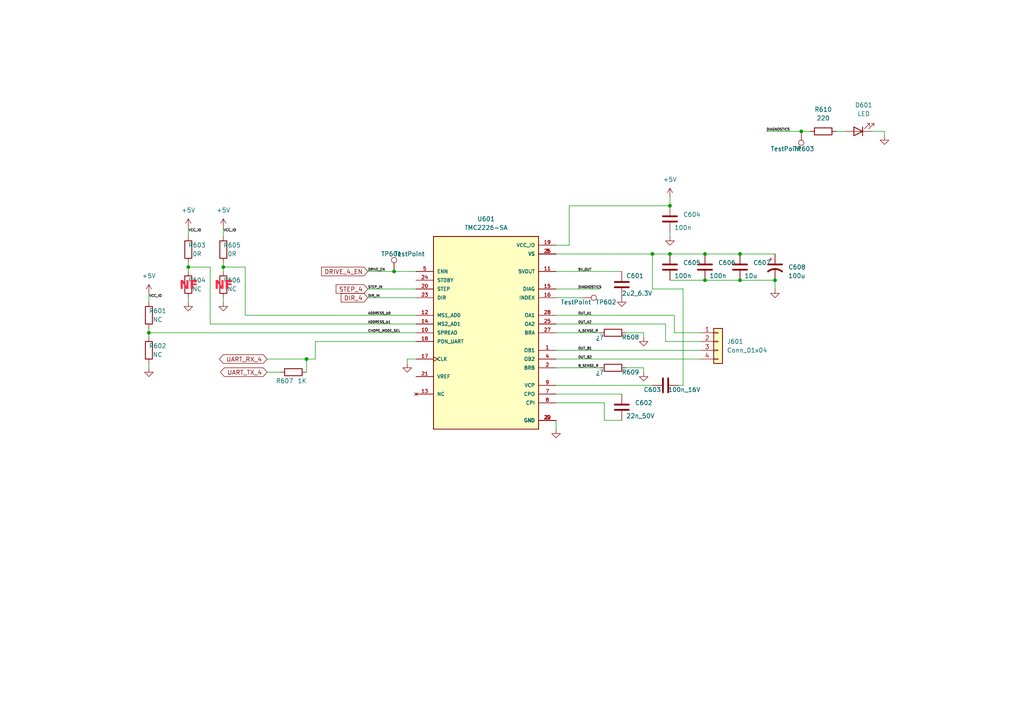
<source format=kicad_sch>
(kicad_sch (version 20230121) (generator eeschema)
  (paper "A4")
  (lib_symbols
    (symbol "Connector:TestPoint" (pin_numbers hide) (pin_names (offset 0.762) hide)
      (property "Reference" "TP" (at 0 6.858 0))
      (property "Value" "TestPoint" (at 0 5.08 0))
      (symbol "TestPoint_0_1"
        (circle (center 0 3.302) (radius 0.762))
      )
      (symbol "TestPoint_1_1"
        (pin passive line (at 0 0 90) (length 2.54) (name "1") (number "1"))
      )
    )
    (symbol "Connector_Generic:Conn_01x04" (pin_names (offset 1.016) hide)
      (property "Reference" "J" (at 0 5.08 0))
      (property "Value" "Conn_01x04" (at 0 -7.62 0))
      (symbol "Conn_01x04_1_1"
        (rectangle (start -1.27 -4.953) (end 0 -5.207) (stroke (width 0.1524)))
        (rectangle (start -1.27 -2.413) (end 0 -2.667) (stroke (width 0.1524)))
        (rectangle (start -1.27 0.127) (end 0 -0.127) (stroke (width 0.1524)))
        (rectangle (start -1.27 2.667) (end 0 2.413) (stroke (width 0.1524)))
        (rectangle (start -1.27 3.81) (end 1.27 -6.35) (stroke (width 0.254)) (fill (type background)))
        (pin passive line (at -5.08 2.54 0) (length 3.81) (name "Pin_1") (number "1"))
        (pin passive line (at -5.08 0 0) (length 3.81) (name "Pin_2") (number "2"))
        (pin passive line (at -5.08 -2.54 0) (length 3.81) (name "Pin_3") (number "3"))
        (pin passive line (at -5.08 -5.08 0) (length 3.81) (name "Pin_4") (number "4"))
      )
    )
    (symbol "Device:C" (pin_numbers hide) (pin_names (offset 0.254))
      (property "Reference" "C" (at 0.635 2.54 0))
      (property "Value" "C" (at 0.635 -2.54 0))
      (symbol "C_0_1"
        (polyline (pts (xy -2.032 -0.762) (xy 2.032 -0.762)) (stroke (width 0.508)))
        (polyline (pts (xy -2.032 0.762) (xy 2.032 0.762)) (stroke (width 0.508)))
      )
      (symbol "C_1_1"
        (pin passive line (at 0 3.81 270) (length 2.794) (name "~") (number "1"))
        (pin passive line (at 0 -3.81 90) (length 2.794) (name "~") (number "2"))
      )
    )
    (symbol "Device:C_Polarized_US" (pin_numbers hide) (pin_names (offset 0.254) hide)
      (property "Reference" "C" (at 0.635 2.54 0))
      (property "Value" "C_Polarized_US" (at 0.635 -2.54 0))
      (symbol "C_Polarized_US_0_1"
        (polyline (pts (xy -2.032 0.762) (xy 2.032 0.762)) (stroke (width 0.508)))
        (polyline (pts (xy -1.778 2.286) (xy -0.762 2.286)))
        (polyline (pts (xy -1.27 1.778) (xy -1.27 2.794)))
        (arc (start 2.032 -1.27) (mid 0 -0.5572) (end -2.032 -1.27) (stroke (width 0.508)))
      )
      (symbol "C_Polarized_US_1_1"
        (pin passive line (at 0 3.81 270) (length 2.794) (name "~") (number "1"))
        (pin passive line (at 0 -3.81 90) (length 3.302) (name "~") (number "2"))
      )
    )
    (symbol "Device:LED" (pin_numbers hide) (pin_names (offset 1.016) hide)
      (property "Reference" "D" (at 0 2.54 0))
      (property "Value" "LED" (at 0 -2.54 0))
      (symbol "LED_0_1"
        (polyline (pts (xy -1.27 -1.27) (xy -1.27 1.27)) (stroke (width 0.254)))
        (polyline (pts (xy -1.27 0) (xy 1.27 0)))
        (polyline (pts (xy 1.27 -1.27) (xy 1.27 1.27) (xy -1.27 0) (xy 1.27 -1.27)) (stroke (width 0.254)))
        (polyline (pts (xy -3.048 -0.762) (xy -4.572 -2.286) (xy -3.81 -2.286) (xy -4.572 -2.286) (xy -4.572 -1.524)))
        (polyline (pts (xy -1.778 -0.762) (xy -3.302 -2.286) (xy -2.54 -2.286) (xy -3.302 -2.286) (xy -3.302 -1.524)))
      )
      (symbol "LED_1_1"
        (pin passive line (at -3.81 0 0) (length 2.54) (name "K") (number "1"))
        (pin passive line (at 3.81 0 180) (length 2.54) (name "A") (number "2"))
      )
    )
    (symbol "Device:R" (pin_numbers hide) (pin_names (offset 0))
      (property "Reference" "R" (at 2.032 0 90))
      (property "Value" "R" (at 0 0 90))
      (symbol "R_0_1"
        (rectangle (start -1.016 -2.54) (end 1.016 2.54) (stroke (width 0.254)))
      )
      (symbol "R_1_1"
        (pin passive line (at 0 3.81 270) (length 1.27) (name "~") (number "1"))
        (pin passive line (at 0 -3.81 90) (length 1.27) (name "~") (number "2"))
      )
    )
    (symbol "TMC2226-SA:TMC2226-SA" (pin_names (offset 1.016))
      (property "Reference" "U" (at -15.24 28.702 0))
      (property "Value" "TMC2226-SA" (at -15.24 -28.702 0))
      (symbol "TMC2226-SA_0_0"
        (rectangle (start -15.24 -27.94) (end 15.24 27.94) (stroke (width 0.254)) (fill (type background)))
        (pin output line (at 20.32 -5.08 180) (length 5.08) (name "OB1") (number "1"))
        (pin input line (at -20.32 0 0) (length 5.08) (name "SPREAD") (number "10"))
        (pin output line (at 20.32 17.78 180) (length 5.08) (name "5VOUT") (number "11"))
        (pin input line (at -20.32 5.08 0) (length 5.08) (name "MS1_AD0") (number "12"))
        (pin no_connect line (at -20.32 -17.78 0) (length 5.08) (name "NC") (number "13"))
        (pin input line (at -20.32 2.54 0) (length 5.08) (name "MS2_AD1") (number "14"))
        (pin output line (at 20.32 12.7 180) (length 5.08) (name "DIAG") (number "15"))
        (pin output line (at 20.32 10.16 180) (length 5.08) (name "INDEX") (number "16"))
        (pin input clock (at -20.32 -7.62 0) (length 5.08) (name "CLK") (number "17"))
        (pin bidirectional line (at -20.32 -2.54 0) (length 5.08) (name "PDN_UART") (number "18"))
        (pin power_in line (at 20.32 25.4 180) (length 5.08) (name "VCC_IO") (number "19"))
        (pin passive line (at 20.32 -10.16 180) (length 5.08) (name "BRB") (number "2"))
        (pin input line (at -20.32 12.7 0) (length 5.08) (name "STEP") (number "20"))
        (pin input line (at -20.32 -12.7 0) (length 5.08) (name "VREF") (number "21"))
        (pin power_in line (at 20.32 -25.4 180) (length 5.08) (name "GND") (number "22"))
        (pin input line (at -20.32 10.16 0) (length 5.08) (name "DIR") (number "23"))
        (pin input line (at -20.32 15.24 0) (length 5.08) (name "STDBY") (number "24"))
        (pin output line (at 20.32 2.54 180) (length 5.08) (name "OA2") (number "25"))
        (pin power_in line (at 20.32 22.86 180) (length 5.08) (name "VS") (number "26"))
        (pin passive line (at 20.32 0 180) (length 5.08) (name "BRA") (number "27"))
        (pin output line (at 20.32 5.08 180) (length 5.08) (name "OA1") (number "28"))
        (pin power_in line (at 20.32 -25.4 180) (length 5.08) (name "GND") (number "29"))
        (pin power_in line (at 20.32 22.86 180) (length 5.08) (name "VS") (number "3"))
        (pin output line (at 20.32 -7.62 180) (length 5.08) (name "OB2") (number "4"))
        (pin input line (at -20.32 17.78 0) (length 5.08) (name "ENN") (number "5"))
        (pin power_in line (at 20.32 -25.4 180) (length 5.08) (name "GND") (number "6"))
        (pin passive line (at 20.32 -17.78 180) (length 5.08) (name "CPO") (number "7"))
        (pin passive line (at 20.32 -20.32 180) (length 5.08) (name "CPI") (number "8"))
        (pin passive line (at 20.32 -15.24 180) (length 5.08) (name "VCP") (number "9"))
      )
    )
    (symbol "power:+5V" (power) (pin_names (offset 0))
      (property "Value" "+5V" (at 0 3.556 0))
      (symbol "+5V_0_1"
        (polyline (pts (xy -0.762 1.27) (xy 0 2.54)))
        (polyline (pts (xy 0 0) (xy 0 2.54)))
        (polyline (pts (xy 0 2.54) (xy 0.762 1.27)))
      )
      (symbol "+5V_1_1"
        (pin power_in line (at 0 0 90) (length 0) hide (name "+5V") (number "1"))
      )
    )
    (symbol "power:GND" (power) (pin_names (offset 0))
      (property "Value" "GND" (at 0 -3.81 0))
      (symbol "GND_0_1"
        (polyline (pts (xy 0 0) (xy 0 -1.27) (xy 1.27 -1.27) (xy 0 -2.54) (xy -1.27 -1.27) (xy 0 -1.27)))
      )
      (symbol "GND_1_1"
        (pin power_in line (at 0 0 270) (length 0) hide (name "GND") (number "1"))
      )
    )
  )
  (junction (at 194.31 73.66))
  (junction (at 114.3 78.74))
  (junction (at 43.18 96.52))
  (junction (at 189.23 73.66))
  (junction (at 224.79 81.28))
  (junction (at 88.9 104.14))
  (junction (at 204.47 73.66))
  (junction (at 194.31 59.69))
  (junction (at 214.63 73.66))
  (junction (at 214.63 81.28))
  (junction (at 204.47 81.28))
  (junction (at 64.77 77.47))
  (junction (at 54.61 77.47))
  (junction (at 232.41 38.1))
  (wire (pts (xy 180.34 121.92) (xy 175.26 121.92)))
  (wire (pts (xy 120.65 93.98) (xy 60.96 93.98)))
  (wire (pts (xy 204.47 73.66) (xy 214.63 73.66)))
  (wire (pts (xy 165.1 59.69) (xy 194.31 59.69)))
  (wire (pts (xy 186.69 106.68) (xy 186.69 107.95)))
  (wire (pts (xy 189.23 83.82) (xy 189.23 73.66)))
  (wire (pts (xy 203.2 99.06) (xy 193.04 99.06)))
  (wire (pts (xy 64.77 66.04) (xy 64.77 68.58)))
  (wire (pts (xy 64.77 77.47) (xy 64.77 78.74)))
  (wire (pts (xy 224.79 81.28) (xy 224.79 83.82)))
  (wire (pts (xy 181.61 106.68) (xy 186.69 106.68)))
  (wire (pts (xy 77.47 104.14) (xy 88.9 104.14)))
  (wire (pts (xy 118.11 104.14) (xy 120.65 104.14)))
  (wire (pts (xy 161.29 121.92) (xy 161.29 124.46)))
  (wire (pts (xy 54.61 66.04) (xy 54.61 68.58)))
  (wire (pts (xy 43.18 105.41) (xy 43.18 106.68)))
  (wire (pts (xy 194.31 81.28) (xy 204.47 81.28)))
  (wire (pts (xy 161.29 106.68) (xy 173.99 106.68)))
  (wire (pts (xy 256.54 38.1) (xy 256.54 39.37)))
  (wire (pts (xy 194.31 57.15) (xy 194.31 59.69)))
  (wire (pts (xy 161.29 114.3) (xy 180.34 114.3)))
  (wire (pts (xy 195.58 91.44) (xy 161.29 91.44)))
  (wire (pts (xy 43.18 96.52) (xy 120.65 96.52)))
  (wire (pts (xy 194.31 73.66) (xy 204.47 73.66)))
  (wire (pts (xy 106.68 86.36) (xy 120.65 86.36)))
  (wire (pts (xy 43.18 85.09) (xy 43.18 87.63)))
  (wire (pts (xy 252.73 38.1) (xy 256.54 38.1)))
  (wire (pts (xy 181.61 96.52) (xy 186.69 96.52)))
  (wire (pts (xy 43.18 96.52) (xy 43.18 95.25)))
  (wire (pts (xy 71.12 77.47) (xy 64.77 77.47)))
  (wire (pts (xy 43.18 96.52) (xy 43.18 97.79)))
  (wire (pts (xy 161.29 83.82) (xy 173.99 83.82)))
  (wire (pts (xy 198.12 83.82) (xy 189.23 83.82)))
  (wire (pts (xy 194.31 67.31) (xy 194.31 68.58)))
  (wire (pts (xy 204.47 81.28) (xy 214.63 81.28)))
  (wire (pts (xy 186.69 96.52) (xy 186.69 97.79)))
  (wire (pts (xy 91.44 104.14) (xy 91.44 99.06)))
  (wire (pts (xy 203.2 96.52) (xy 195.58 96.52)))
  (wire (pts (xy 198.12 111.76) (xy 196.85 111.76)))
  (wire (pts (xy 161.29 71.12) (xy 165.1 71.12)))
  (wire (pts (xy 189.23 73.66) (xy 194.31 73.66)))
  (wire (pts (xy 193.04 93.98) (xy 161.29 93.98)))
  (wire (pts (xy 161.29 104.14) (xy 203.2 104.14)))
  (wire (pts (xy 54.61 77.47) (xy 54.61 78.74)))
  (wire (pts (xy 175.26 116.84) (xy 161.29 116.84)))
  (wire (pts (xy 114.3 78.74) (xy 120.65 78.74)))
  (wire (pts (xy 106.68 83.82) (xy 120.65 83.82)))
  (wire (pts (xy 175.26 121.92) (xy 175.26 116.84)))
  (wire (pts (xy 161.29 78.74) (xy 180.34 78.74)))
  (wire (pts (xy 54.61 76.2) (xy 54.61 77.47)))
  (wire (pts (xy 88.9 104.14) (xy 91.44 104.14)))
  (wire (pts (xy 118.11 105.41) (xy 118.11 104.14)))
  (wire (pts (xy 54.61 86.36) (xy 54.61 87.63)))
  (wire (pts (xy 203.2 101.6) (xy 161.29 101.6)))
  (wire (pts (xy 64.77 76.2) (xy 64.77 77.47)))
  (wire (pts (xy 91.44 99.06) (xy 120.65 99.06)))
  (wire (pts (xy 193.04 99.06) (xy 193.04 93.98)))
  (wire (pts (xy 214.63 73.66) (xy 224.79 73.66)))
  (wire (pts (xy 161.29 73.66) (xy 189.23 73.66)))
  (wire (pts (xy 106.68 78.74) (xy 114.3 78.74)))
  (wire (pts (xy 88.9 104.14) (xy 88.9 107.95)))
  (wire (pts (xy 195.58 96.52) (xy 195.58 91.44)))
  (wire (pts (xy 222.25 38.1) (xy 232.41 38.1)))
  (wire (pts (xy 120.65 91.44) (xy 71.12 91.44)))
  (wire (pts (xy 165.1 71.12) (xy 165.1 59.69)))
  (wire (pts (xy 64.77 86.36) (xy 64.77 87.63)))
  (wire (pts (xy 71.12 91.44) (xy 71.12 77.47)))
  (wire (pts (xy 161.29 96.52) (xy 173.99 96.52)))
  (wire (pts (xy 161.29 111.76) (xy 189.23 111.76)))
  (wire (pts (xy 232.41 38.1) (xy 234.95 38.1)))
  (wire (pts (xy 60.96 77.47) (xy 54.61 77.47)))
  (wire (pts (xy 161.29 86.36) (xy 168.91 86.36)))
  (wire (pts (xy 242.57 38.1) (xy 245.11 38.1)))
  (wire (pts (xy 77.47 107.95) (xy 81.28 107.95)))
  (wire (pts (xy 214.63 81.28) (xy 224.79 81.28)))
  (wire (pts (xy 198.12 111.76) (xy 198.12 83.82)))
  (wire (pts (xy 60.96 93.98) (xy 60.96 77.47)))
  (text "NF" (at 62.23 85.09 0) (effects (font (size 2.5 2.5) (thickness 0.254) bold italic) (justify left bottom)))
  (text "NF" (at 52.07 85.09 0) (effects (font (size 2.5 2.5) (thickness 0.254) bold italic) (justify left bottom)))
  (label "DRIVE_EN" (at 106.68 78.74 0) (effects (font (size 0.7 0.7))))
  (label "CHOPE_MODE_SEL" (at 106.68 96.52 0) (effects (font (size 0.7 0.7))))
  (label "5V_OUT" (at 167.64 78.74 0) (effects (font (size 0.7 0.7))))
  (label "DIAGNOSTICS" (at 222.25 38.1 0) (effects (font (size 0.7 0.7))))
  (label "OUT_B1" (at 167.64 101.6 0) (effects (font (size 0.7 0.7))))
  (label "OUT_A1" (at 167.64 91.44 0) (effects (font (size 0.7 0.7))))
  (label "ADDRESS_b1" (at 106.68 93.98 0) (effects (font (size 0.7 0.7))))
  (label "VCC_IO" (at 54.61 67.31 0) (effects (font (size 0.7 0.7))))
  (label "B_SENSE_R" (at 167.64 106.68 0) (effects (font (size 0.7 0.7))))
  (label "STEP_IN" (at 106.68 83.82 0) (effects (font (size 0.7 0.7))))
  (label "OUT_A2" (at 167.64 93.98 0) (effects (font (size 0.7 0.7))))
  (label "VCC_IO" (at 64.77 67.31 0) (effects (font (size 0.7 0.7))))
  (label "DIAGNOSTICS" (at 167.64 83.82 0) (effects (font (size 0.7 0.7))))
  (label "ADDRESS_b0" (at 106.68 91.44 0) (effects (font (size 0.7 0.7))))
  (label "DIR_IN" (at 106.68 86.36 0) (effects (font (size 0.7 0.7))))
  (label "A_SENSE_R" (at 167.64 96.52 0) (effects (font (size 0.7 0.7))))
  (label "OUT_B2" (at 167.64 104.14 0) (effects (font (size 0.7 0.7))))
  (label "VCC_IO" (at 43.18 86.36 0) (effects (font (size 0.7 0.7))))
  (global_label "UART_TX_4" (shape bidirectional) (at 77.47 107.95 180) (property "Intersheetrefs" "${INTERSHEET_REFS}" (effects hide)))
  (global_label "DRIVE_4_EN" (shape input) (at 106.68 78.74 180) (property "Intersheetrefs" "${INTERSHEET_REFS}" (effects hide)))
  (global_label "STEP_4" (shape input) (at 106.68 83.82 180) (property "Intersheetrefs" "${INTERSHEET_REFS}" (effects hide)))
  (global_label "DIR_4" (shape input) (at 106.68 86.36 180) (property "Intersheetrefs" "${INTERSHEET_REFS}" (effects hide)))
  (global_label "UART_RX_4" (shape bidirectional) (at 77.47 104.14 180) (property "Intersheetrefs" "${INTERSHEET_REFS}" (effects hide)))
  (symbol (lib_id "power:GND") (at 186.69 107.95 0) (unit 1)
    (property "Reference" "#PWR0611" (effects hide))
    (property "Value" "GND" (effects hide))
  )
  (symbol (lib_id "Device:C") (at 180.34 118.11 0) (unit 1)
    (property "Reference" "C602" (at 184.15 116.84 0) (effects (justify left)))
    (property "Value" "22n_50V" (at 181.61 120.65 0) (effects (justify left)))
  )
  (symbol (lib_id "power:+5V") (at 194.31 57.15 0) (unit 1)
    (property "Reference" "#PWR0612" (effects hide))
    (property "Value" "+5V" (at 194.31 52.07 0))
  )
  (symbol (lib_id "power:+5V") (at 43.18 85.09 0) (unit 1)
    (property "Reference" "#PWR0601" (effects hide))
    (property "Value" "+5V" (at 43.18 80.01 0))
  )
  (symbol (lib_id "Device:R") (at 64.77 82.55 180) (unit 1)
    (property "Reference" "R606" (at 67.31 81.28 0))
    (property "Value" "NC" (at 67.31 83.82 0))
  )
  (symbol (lib_id "power:+5V") (at 64.77 66.04 0) (unit 1)
    (property "Reference" "#PWR0605" (effects hide))
    (property "Value" "+5V" (at 64.77 60.96 0))
  )
  (symbol (lib_id "Device:C") (at 204.47 77.47 0) (unit 1)
    (property "Reference" "C606" (at 208.28 76.2 0) (effects (justify left)))
    (property "Value" "100n" (at 205.74 80.01 0) (effects (justify left)))
  )
  (symbol (lib_id "Device:R") (at 64.77 72.39 180) (unit 1)
    (property "Reference" "R605" (at 67.31 71.12 0))
    (property "Value" "0R" (at 67.31 73.66 0))
  )
  (symbol (lib_id "power:GND") (at 256.54 39.37 0) (unit 1)
    (property "Reference" "#PWR0615" (effects hide))
    (property "Value" "GND" (effects hide))
  )
  (symbol (lib_id "Connector:TestPoint") (at 168.91 86.36 270) (unit 1)
    (property "Reference" "TP602" (at 172.72 87.63 90) (effects (justify left)))
    (property "Value" "TestPoint" (at 162.56 87.63 90) (effects (justify left)))
  )
  (symbol (lib_id "power:GND") (at 180.34 86.36 0) (unit 1)
    (property "Reference" "#PWR0609" (effects hide))
    (property "Value" "GND" (effects hide))
  )
  (symbol (lib_id "Device:R") (at 54.61 82.55 180) (unit 1)
    (property "Reference" "R604" (at 57.15 81.28 0))
    (property "Value" "NC" (at 57.15 83.82 0))
  )
  (symbol (lib_id "power:GND") (at 186.69 97.79 0) (unit 1)
    (property "Reference" "#PWR0610" (effects hide))
    (property "Value" "GND" (effects hide))
  )
  (symbol (lib_id "power:+5V") (at 54.61 66.04 0) (unit 1)
    (property "Reference" "#PWR0603" (effects hide))
    (property "Value" "+5V" (at 54.61 60.96 0))
  )
  (symbol (lib_id "power:GND") (at 194.31 68.58 0) (unit 1)
    (property "Reference" "#PWR0613" (effects hide))
    (property "Value" "GND" (effects hide))
  )
  (symbol (lib_id "Device:C") (at 180.34 82.55 0) (unit 1)
    (property "Reference" "C601" (at 181.61 80.01 0) (effects (justify left)))
    (property "Value" "2u2_6.3V" (at 180.34 85.09 0) (effects (justify left)))
  )
  (symbol (lib_id "Device:R") (at 54.61 72.39 180) (unit 1)
    (property "Reference" "R603" (at 57.15 71.12 0))
    (property "Value" "0R" (at 57.15 73.66 0))
  )
  (symbol (lib_id "Device:C") (at 193.04 111.76 90) (unit 1)
    (property "Reference" "C603" (at 191.77 113.03 90) (effects (justify left)))
    (property "Value" "100n_16V" (at 203.2 113.03 90) (effects (justify left)))
  )
  (symbol (lib_id "power:GND") (at 161.29 124.46 0) (unit 1)
    (property "Reference" "#PWR0608" (effects hide))
    (property "Value" "GND" (effects hide))
  )
  (symbol (lib_id "Device:R") (at 177.8 96.52 90) (unit 1)
    (property "Reference" "R608" (at 182.88 97.79 90))
    (property "Value" "¿?" (at 173.99 97.79 90))
  )
  (symbol (lib_id "Device:R") (at 43.18 101.6 180) (unit 1)
    (property "Reference" "R602" (at 45.72 100.33 0))
    (property "Value" "NC" (at 45.72 102.87 0))
  )
  (symbol (lib_id "TMC2226-SA:TMC2226-SA") (at 140.97 96.52 0) (unit 1)
    (property "Reference" "U601" (at 140.97 63.5 0))
    (property "Value" "TMC2226-SA" (at 140.97 66.04 0))
    (property "Footprint" "TMC2226-SA:SOP65P640X120-29N" (effects hide))
    (property "MF" "Trinamic Motion Control GmbH" (effects hide))
    (property "MAXIMUM_PACKAGE_HEIGHT" "1.2mm" (effects hide))
    (property "Package" "None" (effects hide))
    (property "Price" "None" (effects hide))
    (property "Check_prices" "https://www.snapeda.com/parts/TMC2226-SA/Trinamic+Motion+Control+GmbH/view-part/?ref=eda" (effects hide))
    (property "STANDARD" "IPC 7351B" (effects hide))
    (property "PARTREV" "V1.08" (effects hide))
    (property "SnapEDA_Link" "https://www.snapeda.com/parts/TMC2226-SA/Trinamic+Motion+Control+GmbH/view-part/?ref=snap" (effects hide))
    (property "MP" "TMC2226-SA" (effects hide))
    (property "Description" "\nMotor Driver Step/Direction, UART 28-HTSSOP\n" (effects hide))
    (property "Availability" "In Stock" (effects hide))
    (property "MANUFACTURER" "Trinamic" (effects hide))
  )
  (symbol (lib_id "Device:C") (at 194.31 63.5 0) (unit 1)
    (property "Reference" "C604" (at 198.12 62.23 0) (effects (justify left)))
    (property "Value" "100n" (at 195.58 66.04 0) (effects (justify left)))
  )
  (symbol (lib_id "power:GND") (at 54.61 87.63 0) (unit 1)
    (property "Reference" "#PWR0604" (effects hide))
    (property "Value" "GND" (effects hide))
  )
  (symbol (lib_id "Device:R") (at 177.8 106.68 90) (unit 1)
    (property "Reference" "R609" (at 182.88 107.95 90))
    (property "Value" "¿?" (at 173.99 107.95 90))
  )
  (symbol (lib_id "Connector:TestPoint") (at 232.41 38.1 180) (unit 1)
    (property "Reference" "TP603" (at 236.22 43.18 0) (effects (justify left)))
    (property "Value" "TestPoint" (at 232.41 43.18 0) (effects (justify left)))
  )
  (symbol (lib_id "Connector:TestPoint") (at 114.3 78.74 0) (unit 1)
    (property "Reference" "TP601" (at 110.49 73.66 0) (effects (justify left)))
    (property "Value" "TestPoint" (at 114.3 73.66 0) (effects (justify left)))
  )
  (symbol (lib_id "Device:R") (at 85.09 107.95 270) (mirror x) (unit 1)
    (property "Reference" "R607" (at 82.55 110.49 90))
    (property "Value" "1K" (at 87.63 110.49 90))
  )
  (symbol (lib_id "Device:C_Polarized_US") (at 224.79 77.47 0) (unit 1)
    (property "Reference" "C608" (at 228.6 77.47 0) (effects (justify left)))
    (property "Value" "100u" (at 228.6 80.01 0) (effects (justify left)))
  )
  (symbol (lib_id "Device:C") (at 214.63 77.47 0) (unit 1)
    (property "Reference" "C607" (at 218.44 76.2 0) (effects (justify left)))
    (property "Value" "10u" (at 215.9 80.01 0) (effects (justify left)))
  )
  (symbol (lib_id "power:GND") (at 224.79 83.82 0) (unit 1)
    (property "Reference" "#PWR0614" (effects hide))
    (property "Value" "GND" (effects hide))
  )
  (symbol (lib_id "Device:C") (at 194.31 77.47 0) (unit 1)
    (property "Reference" "C605" (at 198.12 76.2 0) (effects (justify left)))
    (property "Value" "100n" (at 195.58 80.01 0) (effects (justify left)))
  )
  (symbol (lib_id "Device:LED") (at 248.92 38.1 180) (unit 1)
    (property "Reference" "D601" (at 250.5075 30.48 0))
    (property "Value" "LED" (at 250.5075 33.02 0))
  )
  (symbol (lib_id "Device:R") (at 43.18 91.44 180) (unit 1)
    (property "Reference" "R601" (at 45.72 90.17 0))
    (property "Value" "NC" (at 45.72 92.71 0))
  )
  (symbol (lib_id "power:GND") (at 64.77 87.63 0) (unit 1)
    (property "Reference" "#PWR0606" (effects hide))
    (property "Value" "GND" (effects hide))
  )
  (symbol (lib_id "Connector_Generic:Conn_01x04") (at 208.28 99.06 0) (unit 1)
    (property "Reference" "J601" (at 210.82 99.06 0) (effects (justify left)))
    (property "Value" "Conn_01x04" (at 210.82 101.6 0) (effects (justify left)))
  )
  (symbol (lib_id "power:GND") (at 43.18 106.68 0) (unit 1)
    (property "Reference" "#PWR0602" (effects hide))
    (property "Value" "GND" (effects hide))
  )
  (symbol (lib_id "power:GND") (at 118.11 105.41 0) (unit 1)
    (property "Reference" "#PWR0607" (effects hide))
    (property "Value" "GND" (effects hide))
  )
  (symbol (lib_id "Device:R") (at 238.76 38.1 90) (unit 1)
    (property "Reference" "R610" (at 238.76 31.75 90))
    (property "Value" "220" (at 238.76 34.29 90))
  )
)
</source>
